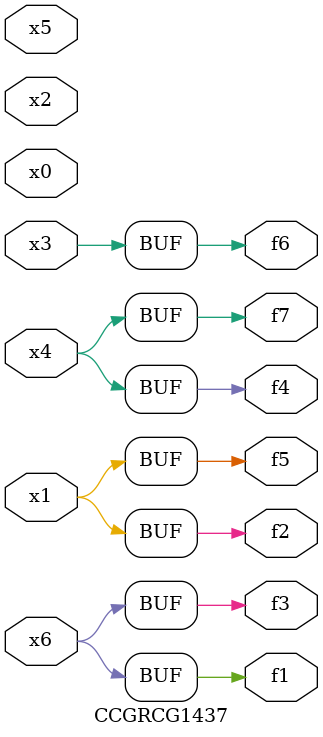
<source format=v>
module CCGRCG1437(
	input x0, x1, x2, x3, x4, x5, x6,
	output f1, f2, f3, f4, f5, f6, f7
);
	assign f1 = x6;
	assign f2 = x1;
	assign f3 = x6;
	assign f4 = x4;
	assign f5 = x1;
	assign f6 = x3;
	assign f7 = x4;
endmodule

</source>
